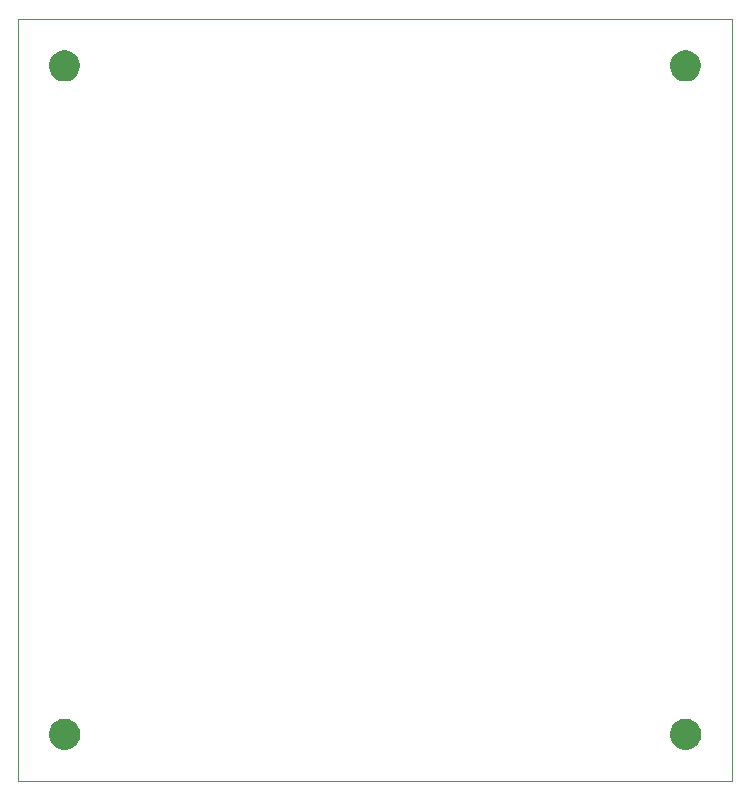
<source format=gbr>
%TF.GenerationSoftware,Altium Limited,Altium Designer,24.6.1 (21)*%
G04 Layer_Color=0*
%FSLAX45Y45*%
%MOMM*%
%TF.SameCoordinates,C87A4CA8-C81E-49FD-A381-63D600C1493B*%
%TF.FilePolarity,Positive*%
%TF.FileFunction,Profile,NP*%
%TF.Part,Single*%
G01*
G75*
%TA.AperFunction,Profile*%
%ADD22C,0.02540*%
G36*
X5519700Y393700D02*
Y380719D01*
X5524765Y355255D01*
X5534700Y331269D01*
X5549124Y309682D01*
X5567482Y291324D01*
X5589069Y276900D01*
X5613055Y266965D01*
X5638519Y261900D01*
X5651500D01*
X5664481D01*
X5689944Y266965D01*
X5713931Y276900D01*
X5735518Y291324D01*
X5753876Y309682D01*
X5768300Y331269D01*
X5778235Y355255D01*
X5783300Y380719D01*
Y393700D01*
Y406681D01*
X5778235Y432144D01*
X5768300Y456131D01*
X5753876Y477718D01*
X5735518Y496076D01*
X5713931Y510500D01*
X5689944Y520435D01*
X5664481Y525500D01*
X5651500D01*
X5638519D01*
X5613055Y520435D01*
X5589069Y510500D01*
X5567482Y496076D01*
X5549124Y477718D01*
X5534700Y456131D01*
X5524765Y432144D01*
X5519700Y406681D01*
Y393700D01*
D01*
D02*
G37*
G36*
X393700Y261900D02*
X380719D01*
X355255Y266965D01*
X331269Y276900D01*
X309682Y291324D01*
X291324Y309682D01*
X276900Y331269D01*
X266965Y355255D01*
X261900Y380719D01*
Y393700D01*
Y406681D01*
X266965Y432144D01*
X276900Y456131D01*
X291324Y477718D01*
X309682Y496076D01*
X331269Y510500D01*
X355255Y520435D01*
X380719Y525500D01*
X393700D01*
X406681D01*
X432144Y520435D01*
X456131Y510500D01*
X477718Y496076D01*
X496076Y477718D01*
X510500Y456131D01*
X520435Y432144D01*
X525500Y406681D01*
Y393700D01*
Y380719D01*
X520435Y355255D01*
X510500Y331269D01*
X496076Y309682D01*
X477718Y291324D01*
X456131Y276900D01*
X432144Y266965D01*
X406681Y261900D01*
X393700D01*
D01*
D02*
G37*
G36*
X5519700Y393700D02*
Y380719D01*
X5524765Y355255D01*
X5534700Y331269D01*
X5549124Y309682D01*
X5567482Y291324D01*
X5589069Y276900D01*
X5613055Y266965D01*
X5638519Y261900D01*
X5651500D01*
X5664481D01*
X5689944Y266965D01*
X5713931Y276900D01*
X5735518Y291324D01*
X5753876Y309682D01*
X5768300Y331269D01*
X5778235Y355255D01*
X5783300Y380719D01*
Y393700D01*
Y406681D01*
X5778235Y432144D01*
X5768300Y456131D01*
X5753876Y477718D01*
X5735518Y496076D01*
X5713931Y510500D01*
X5689944Y520435D01*
X5664481Y525500D01*
X5651500D01*
X5638519D01*
X5613055Y520435D01*
X5589069Y510500D01*
X5567482Y496076D01*
X5549124Y477718D01*
X5534700Y456131D01*
X5524765Y432144D01*
X5519700Y406681D01*
Y393700D01*
D01*
D02*
G37*
G36*
X393700Y261900D02*
X380719D01*
X355255Y266965D01*
X331269Y276900D01*
X309682Y291324D01*
X291324Y309682D01*
X276900Y331269D01*
X266965Y355255D01*
X261900Y380719D01*
Y393700D01*
Y406681D01*
X266965Y432144D01*
X276900Y456131D01*
X291324Y477718D01*
X309682Y496076D01*
X331269Y510500D01*
X355255Y520435D01*
X380719Y525500D01*
X393700D01*
X406681D01*
X432144Y520435D01*
X456131Y510500D01*
X477718Y496076D01*
X496076Y477718D01*
X510500Y456131D01*
X520435Y432144D01*
X525500Y406681D01*
Y393700D01*
Y380719D01*
X520435Y355255D01*
X510500Y331269D01*
X496076Y309682D01*
X477718Y291324D01*
X456131Y276900D01*
X432144Y266965D01*
X406681Y261900D01*
X393700D01*
D01*
D02*
G37*
G36*
X5650935Y5922728D02*
X5637954D01*
X5612490Y5927793D01*
X5588504Y5937729D01*
X5566917Y5952152D01*
X5548559Y5970511D01*
X5534135Y5992097D01*
X5524200Y6016084D01*
X5519135Y6041547D01*
Y6054528D01*
Y6067509D01*
X5524200Y6092973D01*
X5534135Y6116959D01*
X5548559Y6138546D01*
X5566917Y6156904D01*
X5588504Y6171328D01*
X5612490Y6181263D01*
X5637954Y6186328D01*
X5650935D01*
X5663916D01*
X5689379Y6181263D01*
X5713366Y6171328D01*
X5734952Y6156904D01*
X5753311Y6138546D01*
X5767734Y6116959D01*
X5777670Y6092973D01*
X5782735Y6067509D01*
Y6054528D01*
Y6041547D01*
X5777670Y6016084D01*
X5767734Y5992097D01*
X5753311Y5970511D01*
X5734952Y5952152D01*
X5713366Y5937729D01*
X5689379Y5927793D01*
X5663916Y5922728D01*
X5650935D01*
D01*
D02*
G37*
G36*
X393135D02*
X380154D01*
X354690Y5927793D01*
X330704Y5937729D01*
X309117Y5952152D01*
X290759Y5970511D01*
X276335Y5992097D01*
X266400Y6016084D01*
X261335Y6041547D01*
Y6054528D01*
Y6067509D01*
X266400Y6092973D01*
X276335Y6116959D01*
X290759Y6138546D01*
X309117Y6156904D01*
X330704Y6171328D01*
X354690Y6181263D01*
X380154Y6186328D01*
X393135D01*
X406116D01*
X431579Y6181263D01*
X455566Y6171328D01*
X477152Y6156904D01*
X495511Y6138546D01*
X509934Y6116959D01*
X519870Y6092973D01*
X524935Y6067509D01*
Y6054528D01*
Y6041547D01*
X519870Y6016084D01*
X509934Y5992097D01*
X495511Y5970511D01*
X477152Y5952152D01*
X455566Y5937729D01*
X431579Y5927793D01*
X406116Y5922728D01*
X393135D01*
D01*
D02*
G37*
D22*
X-565Y256D02*
X6044635D01*
Y6448228D01*
X-565D01*
Y256D01*
%TF.MD5,bcc1d133f1d5c37477d1e338e3eae724*%
M02*

</source>
